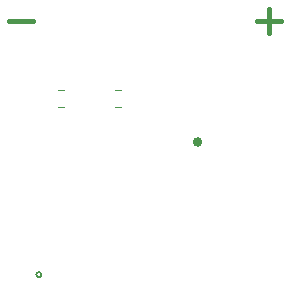
<source format=gto>
G04 #@! TF.GenerationSoftware,KiCad,Pcbnew,5.1.9+dfsg1-1*
G04 #@! TF.CreationDate,2022-04-19T21:03:17+02:00*
G04 #@! TF.ProjectId,edgedriver,65646765-6472-4697-9665-722e6b696361,rev?*
G04 #@! TF.SameCoordinates,Original*
G04 #@! TF.FileFunction,Legend,Top*
G04 #@! TF.FilePolarity,Positive*
%FSLAX46Y46*%
G04 Gerber Fmt 4.6, Leading zero omitted, Abs format (unit mm)*
G04 Created by KiCad (PCBNEW 5.1.9+dfsg1-1) date 2022-04-19 21:03:17*
%MOMM*%
%LPD*%
G01*
G04 APERTURE LIST*
%ADD10C,0.400000*%
%ADD11C,0.150000*%
%ADD12C,0.120000*%
G04 APERTURE END LIST*
D10*
X10500000Y28000000D02*
X10500000Y30000000D01*
X9500000Y29000000D02*
X11500000Y29000000D01*
X-11500000Y29000000D02*
X-9500000Y29000000D01*
D11*
X-8776393Y7500000D02*
G75*
G03*
X-8776393Y7500000I-223607J0D01*
G01*
D10*
X4650000Y18737500D02*
G75*
G03*
X4650000Y18737500I-200000J0D01*
G01*
D12*
X-2038748Y21665000D02*
X-2561252Y21665000D01*
X-2038748Y23135000D02*
X-2561252Y23135000D01*
X-7361252Y21665000D02*
X-6838748Y21665000D01*
X-7361252Y23135000D02*
X-6838748Y23135000D01*
M02*

</source>
